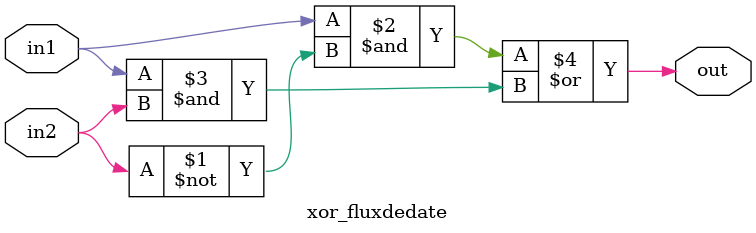
<source format=v>
module xor_fluxdedate(
  output out,
  input in1,
  input in2
  );

  assign out = (in1 & ~in2) | (in1 & in2);

endmodule

</source>
